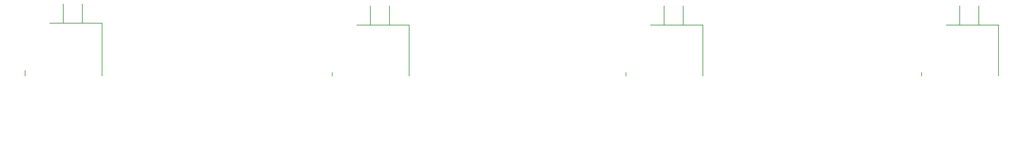
<source format=gbr>
%TF.GenerationSoftware,KiCad,Pcbnew,8.0.3*%
%TF.CreationDate,2024-11-12T13:20:17+01:00*%
%TF.ProjectId,BMU v1,424d5520-7631-42e6-9b69-6361645f7063,rev?*%
%TF.SameCoordinates,Original*%
%TF.FileFunction,Legend,Bot*%
%TF.FilePolarity,Positive*%
%FSLAX46Y46*%
G04 Gerber Fmt 4.6, Leading zero omitted, Abs format (unit mm)*
G04 Created by KiCad (PCBNEW 8.0.3) date 2024-11-12 13:20:17*
%MOMM*%
%LPD*%
G01*
G04 APERTURE LIST*
%ADD10C,0.150000*%
%ADD11C,0.120000*%
%ADD12C,1.400000*%
%ADD13O,1.400000X1.400000*%
%ADD14C,10.000000*%
%ADD15C,5.200000*%
%ADD16C,0.800000*%
%ADD17C,6.400000*%
%ADD18C,3.200000*%
%ADD19R,1.700000X1.700000*%
%ADD20O,1.700000X1.700000*%
%ADD21C,3.250000*%
%ADD22C,1.600000*%
%ADD23C,2.350000*%
%ADD24O,3.500000X3.500000*%
%ADD25R,1.905000X2.000000*%
%ADD26O,1.905000X2.000000*%
G04 APERTURE END LIST*
D10*
X71215238Y-126454057D02*
X71310476Y-126406438D01*
X71310476Y-126406438D02*
X71405714Y-126311200D01*
X71405714Y-126311200D02*
X71548571Y-126168342D01*
X71548571Y-126168342D02*
X71643809Y-126120723D01*
X71643809Y-126120723D02*
X71739047Y-126120723D01*
X71691428Y-126358819D02*
X71786666Y-126311200D01*
X71786666Y-126311200D02*
X71881904Y-126215961D01*
X71881904Y-126215961D02*
X71929523Y-126025485D01*
X71929523Y-126025485D02*
X71929523Y-125692152D01*
X71929523Y-125692152D02*
X71881904Y-125501676D01*
X71881904Y-125501676D02*
X71786666Y-125406438D01*
X71786666Y-125406438D02*
X71691428Y-125358819D01*
X71691428Y-125358819D02*
X71500952Y-125358819D01*
X71500952Y-125358819D02*
X71405714Y-125406438D01*
X71405714Y-125406438D02*
X71310476Y-125501676D01*
X71310476Y-125501676D02*
X71262857Y-125692152D01*
X71262857Y-125692152D02*
X71262857Y-126025485D01*
X71262857Y-126025485D02*
X71310476Y-126215961D01*
X71310476Y-126215961D02*
X71405714Y-126311200D01*
X71405714Y-126311200D02*
X71500952Y-126358819D01*
X71500952Y-126358819D02*
X71691428Y-126358819D01*
X70358095Y-125358819D02*
X70834285Y-125358819D01*
X70834285Y-125358819D02*
X70881904Y-125835009D01*
X70881904Y-125835009D02*
X70834285Y-125787390D01*
X70834285Y-125787390D02*
X70739047Y-125739771D01*
X70739047Y-125739771D02*
X70500952Y-125739771D01*
X70500952Y-125739771D02*
X70405714Y-125787390D01*
X70405714Y-125787390D02*
X70358095Y-125835009D01*
X70358095Y-125835009D02*
X70310476Y-125930247D01*
X70310476Y-125930247D02*
X70310476Y-126168342D01*
X70310476Y-126168342D02*
X70358095Y-126263580D01*
X70358095Y-126263580D02*
X70405714Y-126311200D01*
X70405714Y-126311200D02*
X70500952Y-126358819D01*
X70500952Y-126358819D02*
X70739047Y-126358819D01*
X70739047Y-126358819D02*
X70834285Y-126311200D01*
X70834285Y-126311200D02*
X70881904Y-126263580D01*
X151225238Y-126708057D02*
X151320476Y-126660438D01*
X151320476Y-126660438D02*
X151415714Y-126565200D01*
X151415714Y-126565200D02*
X151558571Y-126422342D01*
X151558571Y-126422342D02*
X151653809Y-126374723D01*
X151653809Y-126374723D02*
X151749047Y-126374723D01*
X151701428Y-126612819D02*
X151796666Y-126565200D01*
X151796666Y-126565200D02*
X151891904Y-126469961D01*
X151891904Y-126469961D02*
X151939523Y-126279485D01*
X151939523Y-126279485D02*
X151939523Y-125946152D01*
X151939523Y-125946152D02*
X151891904Y-125755676D01*
X151891904Y-125755676D02*
X151796666Y-125660438D01*
X151796666Y-125660438D02*
X151701428Y-125612819D01*
X151701428Y-125612819D02*
X151510952Y-125612819D01*
X151510952Y-125612819D02*
X151415714Y-125660438D01*
X151415714Y-125660438D02*
X151320476Y-125755676D01*
X151320476Y-125755676D02*
X151272857Y-125946152D01*
X151272857Y-125946152D02*
X151272857Y-126279485D01*
X151272857Y-126279485D02*
X151320476Y-126469961D01*
X151320476Y-126469961D02*
X151415714Y-126565200D01*
X151415714Y-126565200D02*
X151510952Y-126612819D01*
X151510952Y-126612819D02*
X151701428Y-126612819D01*
X150939523Y-125612819D02*
X150272857Y-125612819D01*
X150272857Y-125612819D02*
X150701428Y-126612819D01*
X112077238Y-126708057D02*
X112172476Y-126660438D01*
X112172476Y-126660438D02*
X112267714Y-126565200D01*
X112267714Y-126565200D02*
X112410571Y-126422342D01*
X112410571Y-126422342D02*
X112505809Y-126374723D01*
X112505809Y-126374723D02*
X112601047Y-126374723D01*
X112553428Y-126612819D02*
X112648666Y-126565200D01*
X112648666Y-126565200D02*
X112743904Y-126469961D01*
X112743904Y-126469961D02*
X112791523Y-126279485D01*
X112791523Y-126279485D02*
X112791523Y-125946152D01*
X112791523Y-125946152D02*
X112743904Y-125755676D01*
X112743904Y-125755676D02*
X112648666Y-125660438D01*
X112648666Y-125660438D02*
X112553428Y-125612819D01*
X112553428Y-125612819D02*
X112362952Y-125612819D01*
X112362952Y-125612819D02*
X112267714Y-125660438D01*
X112267714Y-125660438D02*
X112172476Y-125755676D01*
X112172476Y-125755676D02*
X112124857Y-125946152D01*
X112124857Y-125946152D02*
X112124857Y-126279485D01*
X112124857Y-126279485D02*
X112172476Y-126469961D01*
X112172476Y-126469961D02*
X112267714Y-126565200D01*
X112267714Y-126565200D02*
X112362952Y-126612819D01*
X112362952Y-126612819D02*
X112553428Y-126612819D01*
X111267714Y-125612819D02*
X111458190Y-125612819D01*
X111458190Y-125612819D02*
X111553428Y-125660438D01*
X111553428Y-125660438D02*
X111601047Y-125708057D01*
X111601047Y-125708057D02*
X111696285Y-125850914D01*
X111696285Y-125850914D02*
X111743904Y-126041390D01*
X111743904Y-126041390D02*
X111743904Y-126422342D01*
X111743904Y-126422342D02*
X111696285Y-126517580D01*
X111696285Y-126517580D02*
X111648666Y-126565200D01*
X111648666Y-126565200D02*
X111553428Y-126612819D01*
X111553428Y-126612819D02*
X111362952Y-126612819D01*
X111362952Y-126612819D02*
X111267714Y-126565200D01*
X111267714Y-126565200D02*
X111220095Y-126517580D01*
X111220095Y-126517580D02*
X111172476Y-126422342D01*
X111172476Y-126422342D02*
X111172476Y-126184247D01*
X111172476Y-126184247D02*
X111220095Y-126089009D01*
X111220095Y-126089009D02*
X111267714Y-126041390D01*
X111267714Y-126041390D02*
X111362952Y-125993771D01*
X111362952Y-125993771D02*
X111553428Y-125993771D01*
X111553428Y-125993771D02*
X111648666Y-126041390D01*
X111648666Y-126041390D02*
X111696285Y-126089009D01*
X111696285Y-126089009D02*
X111743904Y-126184247D01*
X190595238Y-126708057D02*
X190690476Y-126660438D01*
X190690476Y-126660438D02*
X190785714Y-126565200D01*
X190785714Y-126565200D02*
X190928571Y-126422342D01*
X190928571Y-126422342D02*
X191023809Y-126374723D01*
X191023809Y-126374723D02*
X191119047Y-126374723D01*
X191071428Y-126612819D02*
X191166666Y-126565200D01*
X191166666Y-126565200D02*
X191261904Y-126469961D01*
X191261904Y-126469961D02*
X191309523Y-126279485D01*
X191309523Y-126279485D02*
X191309523Y-125946152D01*
X191309523Y-125946152D02*
X191261904Y-125755676D01*
X191261904Y-125755676D02*
X191166666Y-125660438D01*
X191166666Y-125660438D02*
X191071428Y-125612819D01*
X191071428Y-125612819D02*
X190880952Y-125612819D01*
X190880952Y-125612819D02*
X190785714Y-125660438D01*
X190785714Y-125660438D02*
X190690476Y-125755676D01*
X190690476Y-125755676D02*
X190642857Y-125946152D01*
X190642857Y-125946152D02*
X190642857Y-126279485D01*
X190642857Y-126279485D02*
X190690476Y-126469961D01*
X190690476Y-126469961D02*
X190785714Y-126565200D01*
X190785714Y-126565200D02*
X190880952Y-126612819D01*
X190880952Y-126612819D02*
X191071428Y-126612819D01*
X190071428Y-126041390D02*
X190166666Y-125993771D01*
X190166666Y-125993771D02*
X190214285Y-125946152D01*
X190214285Y-125946152D02*
X190261904Y-125850914D01*
X190261904Y-125850914D02*
X190261904Y-125803295D01*
X190261904Y-125803295D02*
X190214285Y-125708057D01*
X190214285Y-125708057D02*
X190166666Y-125660438D01*
X190166666Y-125660438D02*
X190071428Y-125612819D01*
X190071428Y-125612819D02*
X189880952Y-125612819D01*
X189880952Y-125612819D02*
X189785714Y-125660438D01*
X189785714Y-125660438D02*
X189738095Y-125708057D01*
X189738095Y-125708057D02*
X189690476Y-125803295D01*
X189690476Y-125803295D02*
X189690476Y-125850914D01*
X189690476Y-125850914D02*
X189738095Y-125946152D01*
X189738095Y-125946152D02*
X189785714Y-125993771D01*
X189785714Y-125993771D02*
X189880952Y-126041390D01*
X189880952Y-126041390D02*
X190071428Y-126041390D01*
X190071428Y-126041390D02*
X190166666Y-126089009D01*
X190166666Y-126089009D02*
X190214285Y-126136628D01*
X190214285Y-126136628D02*
X190261904Y-126231866D01*
X190261904Y-126231866D02*
X190261904Y-126422342D01*
X190261904Y-126422342D02*
X190214285Y-126517580D01*
X190214285Y-126517580D02*
X190166666Y-126565200D01*
X190166666Y-126565200D02*
X190071428Y-126612819D01*
X190071428Y-126612819D02*
X189880952Y-126612819D01*
X189880952Y-126612819D02*
X189785714Y-126565200D01*
X189785714Y-126565200D02*
X189738095Y-126517580D01*
X189738095Y-126517580D02*
X189690476Y-126422342D01*
X189690476Y-126422342D02*
X189690476Y-126231866D01*
X189690476Y-126231866D02*
X189738095Y-126136628D01*
X189738095Y-126136628D02*
X189785714Y-126089009D01*
X189785714Y-126089009D02*
X189880952Y-126041390D01*
D11*
%TO.C,Q5*%
X66000000Y-109014000D02*
X76240000Y-109014000D01*
X66000000Y-118504000D02*
X66000000Y-109014000D01*
X66000000Y-118504000D02*
X76240000Y-118504000D01*
X66000000Y-119944000D02*
X66000000Y-118744000D01*
X66000000Y-122344000D02*
X66000000Y-121144000D01*
X66000000Y-124744000D02*
X66000000Y-123544000D01*
X66000000Y-124904000D02*
X66640000Y-124904000D01*
X67840000Y-124904000D02*
X69040000Y-124904000D01*
X68580000Y-109014000D02*
X68580000Y-106474000D01*
X70240000Y-124904000D02*
X71440000Y-124904000D01*
X71120000Y-109014000D02*
X71120000Y-106474000D01*
X72640000Y-124904000D02*
X73841000Y-124904000D01*
X73660000Y-109014000D02*
X73660000Y-106474000D01*
X75040000Y-124904000D02*
X76240000Y-124904000D01*
X76240000Y-118504000D02*
X76240000Y-109014000D01*
X76240000Y-119944000D02*
X76240000Y-118744000D01*
X76240000Y-122344000D02*
X76240000Y-121144000D01*
X76240000Y-124744000D02*
X76240000Y-123544000D01*
%TO.C,Q7*%
X146010000Y-109268000D02*
X156250000Y-109268000D01*
X146010000Y-118758000D02*
X146010000Y-109268000D01*
X146010000Y-118758000D02*
X156250000Y-118758000D01*
X146010000Y-120198000D02*
X146010000Y-118998000D01*
X146010000Y-122598000D02*
X146010000Y-121398000D01*
X146010000Y-124998000D02*
X146010000Y-123798000D01*
X146010000Y-125158000D02*
X146650000Y-125158000D01*
X147850000Y-125158000D02*
X149050000Y-125158000D01*
X148590000Y-109268000D02*
X148590000Y-106728000D01*
X150250000Y-125158000D02*
X151450000Y-125158000D01*
X151130000Y-109268000D02*
X151130000Y-106728000D01*
X152650000Y-125158000D02*
X153851000Y-125158000D01*
X153670000Y-109268000D02*
X153670000Y-106728000D01*
X155050000Y-125158000D02*
X156250000Y-125158000D01*
X156250000Y-118758000D02*
X156250000Y-109268000D01*
X156250000Y-120198000D02*
X156250000Y-118998000D01*
X156250000Y-122598000D02*
X156250000Y-121398000D01*
X156250000Y-124998000D02*
X156250000Y-123798000D01*
%TO.C,Q6*%
X106862000Y-109268000D02*
X117102000Y-109268000D01*
X106862000Y-118758000D02*
X106862000Y-109268000D01*
X106862000Y-118758000D02*
X117102000Y-118758000D01*
X106862000Y-120198000D02*
X106862000Y-118998000D01*
X106862000Y-122598000D02*
X106862000Y-121398000D01*
X106862000Y-124998000D02*
X106862000Y-123798000D01*
X106862000Y-125158000D02*
X107502000Y-125158000D01*
X108702000Y-125158000D02*
X109902000Y-125158000D01*
X109442000Y-109268000D02*
X109442000Y-106728000D01*
X111102000Y-125158000D02*
X112302000Y-125158000D01*
X111982000Y-109268000D02*
X111982000Y-106728000D01*
X113502000Y-125158000D02*
X114703000Y-125158000D01*
X114522000Y-109268000D02*
X114522000Y-106728000D01*
X115902000Y-125158000D02*
X117102000Y-125158000D01*
X117102000Y-118758000D02*
X117102000Y-109268000D01*
X117102000Y-120198000D02*
X117102000Y-118998000D01*
X117102000Y-122598000D02*
X117102000Y-121398000D01*
X117102000Y-124998000D02*
X117102000Y-123798000D01*
%TO.C,Q8*%
X185380000Y-109268000D02*
X195620000Y-109268000D01*
X185380000Y-118758000D02*
X185380000Y-109268000D01*
X185380000Y-118758000D02*
X195620000Y-118758000D01*
X185380000Y-120198000D02*
X185380000Y-118998000D01*
X185380000Y-122598000D02*
X185380000Y-121398000D01*
X185380000Y-124998000D02*
X185380000Y-123798000D01*
X185380000Y-125158000D02*
X186020000Y-125158000D01*
X187220000Y-125158000D02*
X188420000Y-125158000D01*
X187960000Y-109268000D02*
X187960000Y-106728000D01*
X189620000Y-125158000D02*
X190820000Y-125158000D01*
X190500000Y-109268000D02*
X190500000Y-106728000D01*
X192020000Y-125158000D02*
X193221000Y-125158000D01*
X193040000Y-109268000D02*
X193040000Y-106728000D01*
X194420000Y-125158000D02*
X195620000Y-125158000D01*
X195620000Y-118758000D02*
X195620000Y-109268000D01*
X195620000Y-120198000D02*
X195620000Y-118998000D01*
X195620000Y-122598000D02*
X195620000Y-121398000D01*
X195620000Y-124998000D02*
X195620000Y-123798000D01*
%TD*%
%LPC*%
D12*
%TO.C,R7*%
X78333600Y-101752400D03*
D13*
X78333600Y-106832400D03*
%TD*%
D14*
%TO.C,H8*%
X177280000Y-94029000D03*
%TD*%
D15*
%TO.C,J12*%
X20692000Y-106680000D03*
X20692000Y-120680000D03*
X26292000Y-106680000D03*
X26292000Y-120680000D03*
X31992000Y-106680000D03*
X31992000Y-120680000D03*
X37592000Y-106680000D03*
X37592000Y-120680000D03*
%TD*%
D16*
%TO.C,H11*%
X172200000Y-122000000D03*
X172902944Y-120302944D03*
X172902944Y-123697056D03*
X174600000Y-119600000D03*
D17*
X174600000Y-122000000D03*
D16*
X174600000Y-124400000D03*
X176297056Y-120302944D03*
X176297056Y-123697056D03*
X177000000Y-122000000D03*
%TD*%
D14*
%TO.C,H4*%
X177280000Y-109754000D03*
%TD*%
D18*
%TO.C,H14*%
X165000000Y-122000000D03*
%TD*%
D19*
%TO.C,J3*%
X202500000Y-43500000D03*
D20*
X202500000Y-40960000D03*
%TD*%
D12*
%TO.C,R6*%
X78333600Y-109339400D03*
D13*
X78333600Y-114419400D03*
%TD*%
D14*
%TO.C,H1*%
X57900000Y-109500000D03*
%TD*%
D12*
%TO.C,R20*%
X158343600Y-109593400D03*
D13*
X158343600Y-114673400D03*
%TD*%
D18*
%TO.C,H9*%
X25000000Y-94000000D03*
%TD*%
D21*
%TO.C,J1*%
X17426000Y-30988000D03*
X30226000Y-30988000D03*
D22*
X20256000Y-33638000D03*
X21276000Y-35418000D03*
X22296000Y-33638000D03*
X23316000Y-35418000D03*
X24336000Y-33638000D03*
X25356000Y-35418000D03*
X26376000Y-33638000D03*
X27396000Y-35418000D03*
X16966000Y-40198000D03*
X19256000Y-40198000D03*
X28396000Y-40198000D03*
X30686000Y-40198000D03*
D23*
X15766000Y-34528000D03*
X31866000Y-34538000D03*
%TD*%
D15*
%TO.C,J11*%
X20500000Y-67500000D03*
X20500000Y-81500000D03*
X26100000Y-67500000D03*
X26100000Y-81500000D03*
X31800000Y-67500000D03*
X31800000Y-81500000D03*
X37400000Y-67500000D03*
X37400000Y-81500000D03*
%TD*%
D12*
%TO.C,R14*%
X119195600Y-102006400D03*
D13*
X119195600Y-107086400D03*
%TD*%
D18*
%TO.C,H13*%
X165000000Y-57000000D03*
%TD*%
D12*
%TO.C,R13*%
X119195600Y-109593400D03*
D13*
X119195600Y-114673400D03*
%TD*%
D18*
%TO.C,H10*%
X25000000Y-57000000D03*
%TD*%
D21*
%TO.C,J2*%
X36797000Y-30988000D03*
X49597000Y-30988000D03*
D22*
X39627000Y-33638000D03*
X40647000Y-35418000D03*
X41667000Y-33638000D03*
X42687000Y-35418000D03*
X43707000Y-33638000D03*
X44727000Y-35418000D03*
X45747000Y-33638000D03*
X46767000Y-35418000D03*
X36337000Y-40198000D03*
X38627000Y-40198000D03*
X47767000Y-40198000D03*
X50057000Y-40198000D03*
D23*
X35137000Y-34528000D03*
X51237000Y-34538000D03*
%TD*%
D14*
%TO.C,H3*%
X137910000Y-109754000D03*
%TD*%
D18*
%TO.C,H13*%
X165000000Y-30000000D03*
%TD*%
D12*
%TO.C,R40*%
X197713600Y-109593400D03*
D13*
X197713600Y-114673400D03*
%TD*%
D14*
%TO.C,H5*%
X57900000Y-93775000D03*
%TD*%
D12*
%TO.C,R21*%
X158343600Y-102006400D03*
D13*
X158343600Y-107086400D03*
%TD*%
D16*
%TO.C,H12*%
X172200000Y-65000000D03*
X172902944Y-63302944D03*
X172902944Y-66697056D03*
X174600000Y-62600000D03*
D17*
X174600000Y-65000000D03*
D16*
X174600000Y-67400000D03*
X176297056Y-63302944D03*
X176297056Y-66697056D03*
X177000000Y-65000000D03*
%TD*%
D12*
%TO.C,R41*%
X197713600Y-102006400D03*
D13*
X197713600Y-107086400D03*
%TD*%
D14*
%TO.C,H7*%
X137910000Y-94029000D03*
%TD*%
%TO.C,H6*%
X98762000Y-94029000D03*
%TD*%
%TO.C,H2*%
X98762000Y-109754000D03*
%TD*%
D24*
%TO.C,Q5*%
X71120000Y-121984000D03*
D25*
X73660000Y-105324000D03*
D26*
X71120000Y-105324000D03*
X68580000Y-105324000D03*
%TD*%
D24*
%TO.C,Q7*%
X151130000Y-122238000D03*
D25*
X153670000Y-105578000D03*
D26*
X151130000Y-105578000D03*
X148590000Y-105578000D03*
%TD*%
D24*
%TO.C,Q6*%
X111982000Y-122238000D03*
D25*
X114522000Y-105578000D03*
D26*
X111982000Y-105578000D03*
X109442000Y-105578000D03*
%TD*%
D24*
%TO.C,Q8*%
X190500000Y-122238000D03*
D25*
X193040000Y-105578000D03*
D26*
X190500000Y-105578000D03*
X187960000Y-105578000D03*
%TD*%
G36*
X192983039Y-59709685D02*
G01*
X193028794Y-59762489D01*
X193040000Y-59814000D01*
X193040000Y-77344926D01*
X193020315Y-77411965D01*
X192967511Y-77457720D01*
X192914931Y-77468921D01*
X45720000Y-76199999D01*
X45720000Y-88776000D01*
X45700315Y-88843039D01*
X45647511Y-88888794D01*
X45596000Y-88900000D01*
X15364000Y-88900000D01*
X15296961Y-88880315D01*
X15251206Y-88827511D01*
X15240000Y-88776000D01*
X15240000Y-59814000D01*
X15259685Y-59746961D01*
X15312489Y-59701206D01*
X15364000Y-59690000D01*
X192916000Y-59690000D01*
X192983039Y-59709685D01*
G37*
G36*
X188665039Y-102889685D02*
G01*
X188710794Y-102942489D01*
X188722000Y-102994000D01*
X188722000Y-115446000D01*
X188702315Y-115513039D01*
X188649511Y-115558794D01*
X188598000Y-115570000D01*
X168272000Y-115570000D01*
X168204961Y-115550315D01*
X168159206Y-115497511D01*
X168148000Y-115446000D01*
X168148000Y-102994000D01*
X168167685Y-102926961D01*
X168220489Y-102881206D01*
X168272000Y-102870000D01*
X188598000Y-102870000D01*
X188665039Y-102889685D01*
G37*
G36*
X149295039Y-102889685D02*
G01*
X149340794Y-102942489D01*
X149352000Y-102994000D01*
X149352000Y-115446000D01*
X149332315Y-115513039D01*
X149279511Y-115558794D01*
X149228000Y-115570000D01*
X128902000Y-115570000D01*
X128834961Y-115550315D01*
X128789206Y-115497511D01*
X128778000Y-115446000D01*
X128778000Y-102994000D01*
X128797685Y-102926961D01*
X128850489Y-102881206D01*
X128902000Y-102870000D01*
X149228000Y-102870000D01*
X149295039Y-102889685D01*
G37*
G36*
X110179039Y-102889685D02*
G01*
X110224794Y-102942489D01*
X110236000Y-102994000D01*
X110236000Y-115446000D01*
X110216315Y-115513039D01*
X110163511Y-115558794D01*
X110112000Y-115570000D01*
X89786000Y-115570000D01*
X89718961Y-115550315D01*
X89673206Y-115497511D01*
X89662000Y-115446000D01*
X89662000Y-102994000D01*
X89681685Y-102926961D01*
X89734489Y-102881206D01*
X89786000Y-102870000D01*
X110112000Y-102870000D01*
X110179039Y-102889685D01*
G37*
G36*
X74091039Y-79775685D02*
G01*
X74136794Y-79828489D01*
X74148000Y-79880000D01*
X74148000Y-99952000D01*
X74128315Y-100019039D01*
X74075511Y-100064794D01*
X74024000Y-100076000D01*
X48872000Y-100076000D01*
X48804961Y-100056315D01*
X48759206Y-100003511D01*
X48748000Y-99952000D01*
X48748000Y-79880000D01*
X48767685Y-79812961D01*
X48820489Y-79767206D01*
X48872000Y-79756000D01*
X74024000Y-79756000D01*
X74091039Y-79775685D01*
G37*
G36*
X69265039Y-102635685D02*
G01*
X69310794Y-102688489D01*
X69322000Y-102740000D01*
X69322000Y-115192000D01*
X69302315Y-115259039D01*
X69249511Y-115304794D01*
X69198000Y-115316000D01*
X48872000Y-115316000D01*
X48804961Y-115296315D01*
X48759206Y-115243511D01*
X48748000Y-115192000D01*
X48748000Y-102740000D01*
X48767685Y-102672961D01*
X48820489Y-102627206D01*
X48872000Y-102616000D01*
X69198000Y-102616000D01*
X69265039Y-102635685D01*
G37*
G36*
X45661579Y-99079685D02*
G01*
X45707334Y-99132489D01*
X45718531Y-99185452D01*
X45519999Y-116139998D01*
X45520000Y-116140000D01*
X204147837Y-116140000D01*
X204214876Y-116159685D01*
X204260631Y-116212489D01*
X204271823Y-116262149D01*
X204467525Y-129374149D01*
X204448843Y-129441475D01*
X204396728Y-129488013D01*
X204343539Y-129500000D01*
X198550394Y-129500000D01*
X198549556Y-129499997D01*
X16633162Y-128270832D01*
X16566257Y-128250695D01*
X16520860Y-128197583D01*
X16510000Y-128146835D01*
X16510000Y-99184000D01*
X16529685Y-99116961D01*
X16582489Y-99071206D01*
X16634000Y-99060000D01*
X45594540Y-99060000D01*
X45661579Y-99079685D01*
G37*
%LPD*%
M02*

</source>
